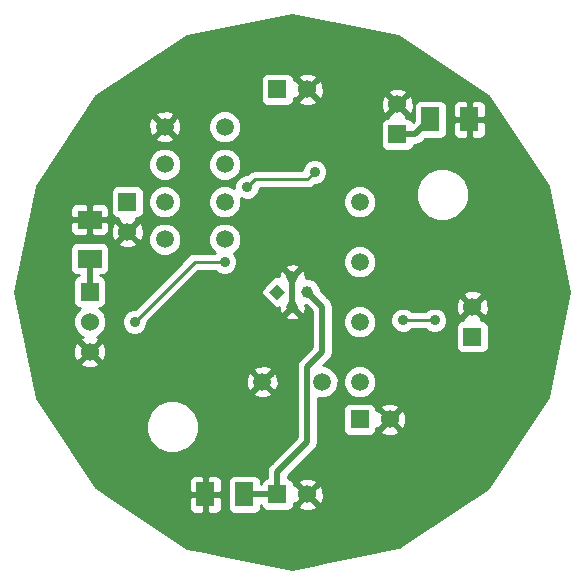
<source format=gtl>
G04 (created by PCBNEW (2013-07-07 BZR 4022)-stable) date 6/29/2014 1:08:27 PM*
%MOIN*%
G04 Gerber Fmt 3.4, Leading zero omitted, Abs format*
%FSLAX34Y34*%
G01*
G70*
G90*
G04 APERTURE LIST*
%ADD10C,0.00590551*%
%ADD11R,0.06X0.08*%
%ADD12R,0.08X0.06*%
%ADD13C,0.059*%
%ADD14R,0.06X0.06*%
%ADD15C,0.06*%
%ADD16C,0.039*%
%ADD17C,0.035*%
%ADD18C,0.02*%
%ADD19C,0.01*%
G04 APERTURE END LIST*
G54D10*
G54D11*
X80150Y-68750D03*
X78850Y-68750D03*
G54D12*
X75000Y-60900D03*
X75000Y-59600D03*
G54D13*
X82750Y-65000D03*
X80750Y-65000D03*
X84000Y-63000D03*
X84000Y-65000D03*
X84000Y-59000D03*
X84000Y-61000D03*
X77500Y-57750D03*
X79500Y-57750D03*
X77500Y-60250D03*
X79500Y-60250D03*
X79500Y-56500D03*
X77500Y-56500D03*
X77500Y-59000D03*
X79500Y-59000D03*
G54D14*
X81250Y-68750D03*
G54D15*
X82250Y-68750D03*
G54D10*
G36*
X81250Y-62275D02*
X80974Y-62000D01*
X81250Y-61724D01*
X81525Y-62000D01*
X81250Y-62275D01*
X81250Y-62275D01*
G37*
G54D16*
X82250Y-62000D03*
X81750Y-61500D03*
X81750Y-62500D03*
G54D14*
X76250Y-59000D03*
G54D15*
X76250Y-60000D03*
G54D14*
X81250Y-55250D03*
G54D15*
X82250Y-55250D03*
G54D14*
X87750Y-63500D03*
G54D15*
X87750Y-62500D03*
G54D14*
X84000Y-66250D03*
G54D15*
X85000Y-66250D03*
G54D14*
X75000Y-62000D03*
G54D15*
X75000Y-63000D03*
X75000Y-64000D03*
G54D11*
X86350Y-56250D03*
X87650Y-56250D03*
G54D14*
X85250Y-56750D03*
G54D15*
X85250Y-55750D03*
G54D17*
X80250Y-58500D03*
X82500Y-58000D03*
X86500Y-62950D03*
X85450Y-62950D03*
X79500Y-61000D03*
X76500Y-63000D03*
G54D18*
X75000Y-62000D02*
X75000Y-60900D01*
X85250Y-56750D02*
X85850Y-56750D01*
X85850Y-56750D02*
X86350Y-56250D01*
X81750Y-61500D02*
X81750Y-62500D01*
X81250Y-68750D02*
X80209Y-68750D01*
X80209Y-68750D02*
X80127Y-68668D01*
X82250Y-67000D02*
X81250Y-68000D01*
X81250Y-68000D02*
X81250Y-68750D01*
X82250Y-64500D02*
X82250Y-67000D01*
X82750Y-64000D02*
X82250Y-64500D01*
X82750Y-63250D02*
X82750Y-64000D01*
X82250Y-62000D02*
X82750Y-62500D01*
X82750Y-62500D02*
X82750Y-63250D01*
G54D19*
X80250Y-58500D02*
X80500Y-58250D01*
X82250Y-58250D02*
X82500Y-58000D01*
X80500Y-58250D02*
X82250Y-58250D01*
X85450Y-62950D02*
X86500Y-62950D01*
X78500Y-61000D02*
X79500Y-61000D01*
X76500Y-63000D02*
X78500Y-61000D01*
G54D10*
G36*
X90978Y-62000D02*
X90274Y-65521D01*
X88304Y-68475D01*
X88304Y-62581D01*
X88293Y-62363D01*
X88231Y-62212D01*
X88200Y-62203D01*
X88200Y-56600D01*
X88200Y-55899D01*
X88199Y-55800D01*
X88161Y-55708D01*
X88091Y-55637D01*
X87999Y-55599D01*
X87762Y-55600D01*
X87700Y-55662D01*
X87700Y-56200D01*
X88137Y-56200D01*
X88200Y-56137D01*
X88200Y-55899D01*
X88200Y-56600D01*
X88200Y-56362D01*
X88137Y-56300D01*
X87700Y-56300D01*
X87700Y-56837D01*
X87762Y-56900D01*
X87999Y-56900D01*
X88091Y-56862D01*
X88161Y-56791D01*
X88199Y-56699D01*
X88200Y-56600D01*
X88200Y-62203D01*
X88135Y-62184D01*
X88065Y-62255D01*
X88065Y-62114D01*
X88037Y-62018D01*
X87831Y-61945D01*
X87630Y-61955D01*
X87630Y-58575D01*
X87600Y-58502D01*
X87600Y-56837D01*
X87600Y-56300D01*
X87600Y-56200D01*
X87600Y-55662D01*
X87537Y-55600D01*
X87300Y-55599D01*
X87208Y-55637D01*
X87138Y-55708D01*
X87100Y-55800D01*
X87099Y-55899D01*
X87100Y-56137D01*
X87162Y-56200D01*
X87600Y-56200D01*
X87600Y-56300D01*
X87162Y-56300D01*
X87100Y-56362D01*
X87099Y-56600D01*
X87100Y-56699D01*
X87138Y-56791D01*
X87208Y-56862D01*
X87300Y-56900D01*
X87537Y-56900D01*
X87600Y-56837D01*
X87600Y-58502D01*
X87496Y-58252D01*
X87249Y-58004D01*
X86925Y-57870D01*
X86900Y-57870D01*
X86900Y-56600D01*
X86900Y-55800D01*
X86862Y-55708D01*
X86791Y-55638D01*
X86699Y-55600D01*
X86600Y-55599D01*
X86000Y-55599D01*
X85908Y-55637D01*
X85838Y-55708D01*
X85802Y-55793D01*
X85793Y-55613D01*
X85731Y-55462D01*
X85635Y-55434D01*
X85565Y-55505D01*
X85565Y-55364D01*
X85537Y-55268D01*
X85331Y-55195D01*
X85113Y-55206D01*
X84962Y-55268D01*
X84934Y-55364D01*
X85250Y-55679D01*
X85565Y-55364D01*
X85565Y-55505D01*
X85320Y-55750D01*
X85635Y-56065D01*
X85731Y-56037D01*
X85800Y-55845D01*
X85799Y-55899D01*
X85799Y-56305D01*
X85772Y-56332D01*
X85762Y-56308D01*
X85691Y-56238D01*
X85599Y-56200D01*
X85546Y-56199D01*
X85565Y-56135D01*
X85250Y-55820D01*
X85179Y-55891D01*
X85179Y-55750D01*
X84864Y-55434D01*
X84768Y-55462D01*
X84695Y-55668D01*
X84706Y-55886D01*
X84768Y-56037D01*
X84864Y-56065D01*
X85179Y-55750D01*
X85179Y-55891D01*
X84934Y-56135D01*
X84953Y-56199D01*
X84900Y-56199D01*
X84808Y-56237D01*
X84738Y-56308D01*
X84700Y-56400D01*
X84699Y-56499D01*
X84699Y-57099D01*
X84737Y-57191D01*
X84808Y-57261D01*
X84900Y-57299D01*
X84999Y-57300D01*
X85599Y-57300D01*
X85691Y-57262D01*
X85761Y-57191D01*
X85799Y-57100D01*
X85850Y-57100D01*
X85983Y-57073D01*
X85983Y-57073D01*
X86097Y-56997D01*
X86194Y-56900D01*
X86699Y-56900D01*
X86791Y-56862D01*
X86861Y-56791D01*
X86899Y-56699D01*
X86900Y-56600D01*
X86900Y-57870D01*
X86575Y-57869D01*
X86252Y-58003D01*
X86004Y-58250D01*
X85870Y-58574D01*
X85869Y-58924D01*
X86003Y-59247D01*
X86250Y-59495D01*
X86574Y-59629D01*
X86924Y-59630D01*
X87247Y-59496D01*
X87495Y-59249D01*
X87629Y-58925D01*
X87630Y-58575D01*
X87630Y-61955D01*
X87613Y-61956D01*
X87462Y-62018D01*
X87434Y-62114D01*
X87750Y-62429D01*
X88065Y-62114D01*
X88065Y-62255D01*
X87820Y-62500D01*
X88135Y-62815D01*
X88231Y-62787D01*
X88304Y-62581D01*
X88304Y-68475D01*
X88300Y-68482D01*
X88300Y-63750D01*
X88300Y-63150D01*
X88262Y-63058D01*
X88191Y-62988D01*
X88099Y-62950D01*
X88046Y-62949D01*
X88065Y-62885D01*
X87750Y-62570D01*
X87679Y-62641D01*
X87679Y-62500D01*
X87364Y-62184D01*
X87268Y-62212D01*
X87195Y-62418D01*
X87206Y-62636D01*
X87268Y-62787D01*
X87364Y-62815D01*
X87679Y-62500D01*
X87679Y-62641D01*
X87434Y-62885D01*
X87453Y-62949D01*
X87400Y-62949D01*
X87308Y-62987D01*
X87238Y-63058D01*
X87200Y-63150D01*
X87199Y-63249D01*
X87199Y-63849D01*
X87237Y-63941D01*
X87308Y-64011D01*
X87400Y-64049D01*
X87499Y-64050D01*
X88099Y-64050D01*
X88191Y-64012D01*
X88261Y-63941D01*
X88299Y-63849D01*
X88300Y-63750D01*
X88300Y-68482D01*
X88268Y-68530D01*
X86925Y-69425D01*
X86925Y-62865D01*
X86860Y-62709D01*
X86741Y-62589D01*
X86584Y-62525D01*
X86415Y-62524D01*
X86259Y-62589D01*
X86198Y-62650D01*
X85751Y-62650D01*
X85691Y-62589D01*
X85534Y-62525D01*
X85365Y-62524D01*
X85209Y-62589D01*
X85089Y-62708D01*
X85025Y-62865D01*
X85024Y-63034D01*
X85089Y-63190D01*
X85208Y-63310D01*
X85365Y-63374D01*
X85534Y-63375D01*
X85690Y-63310D01*
X85751Y-63250D01*
X86198Y-63250D01*
X86258Y-63310D01*
X86415Y-63374D01*
X86584Y-63375D01*
X86740Y-63310D01*
X86860Y-63191D01*
X86924Y-63034D01*
X86925Y-62865D01*
X86925Y-69425D01*
X85554Y-70339D01*
X85554Y-66331D01*
X85543Y-66113D01*
X85481Y-65962D01*
X85385Y-65934D01*
X85315Y-66005D01*
X85315Y-65864D01*
X85287Y-65768D01*
X85081Y-65695D01*
X84863Y-65706D01*
X84712Y-65768D01*
X84684Y-65864D01*
X85000Y-66179D01*
X85315Y-65864D01*
X85315Y-66005D01*
X85070Y-66250D01*
X85385Y-66565D01*
X85481Y-66537D01*
X85554Y-66331D01*
X85554Y-70339D01*
X85315Y-70499D01*
X85315Y-66635D01*
X85000Y-66320D01*
X84929Y-66391D01*
X84929Y-66250D01*
X84614Y-65934D01*
X84550Y-65953D01*
X84550Y-65900D01*
X84545Y-65888D01*
X84545Y-64892D01*
X84545Y-62892D01*
X84545Y-60892D01*
X84545Y-58892D01*
X84462Y-58691D01*
X84309Y-58538D01*
X84108Y-58455D01*
X83892Y-58454D01*
X83691Y-58537D01*
X83538Y-58690D01*
X83455Y-58891D01*
X83454Y-59107D01*
X83537Y-59308D01*
X83690Y-59461D01*
X83891Y-59544D01*
X84107Y-59545D01*
X84308Y-59462D01*
X84461Y-59309D01*
X84544Y-59108D01*
X84545Y-58892D01*
X84545Y-60892D01*
X84462Y-60691D01*
X84309Y-60538D01*
X84108Y-60455D01*
X83892Y-60454D01*
X83691Y-60537D01*
X83538Y-60690D01*
X83455Y-60891D01*
X83454Y-61107D01*
X83537Y-61308D01*
X83690Y-61461D01*
X83891Y-61544D01*
X84107Y-61545D01*
X84308Y-61462D01*
X84461Y-61309D01*
X84544Y-61108D01*
X84545Y-60892D01*
X84545Y-62892D01*
X84462Y-62691D01*
X84309Y-62538D01*
X84108Y-62455D01*
X83892Y-62454D01*
X83691Y-62537D01*
X83538Y-62690D01*
X83455Y-62891D01*
X83454Y-63107D01*
X83537Y-63308D01*
X83690Y-63461D01*
X83891Y-63544D01*
X84107Y-63545D01*
X84308Y-63462D01*
X84461Y-63309D01*
X84544Y-63108D01*
X84545Y-62892D01*
X84545Y-64892D01*
X84462Y-64691D01*
X84309Y-64538D01*
X84108Y-64455D01*
X83892Y-64454D01*
X83691Y-64537D01*
X83538Y-64690D01*
X83455Y-64891D01*
X83454Y-65107D01*
X83537Y-65308D01*
X83690Y-65461D01*
X83891Y-65544D01*
X84107Y-65545D01*
X84308Y-65462D01*
X84461Y-65309D01*
X84544Y-65108D01*
X84545Y-64892D01*
X84545Y-65888D01*
X84512Y-65808D01*
X84441Y-65738D01*
X84349Y-65700D01*
X84250Y-65699D01*
X83650Y-65699D01*
X83558Y-65737D01*
X83488Y-65808D01*
X83450Y-65900D01*
X83449Y-65999D01*
X83449Y-66599D01*
X83487Y-66691D01*
X83558Y-66761D01*
X83650Y-66799D01*
X83749Y-66800D01*
X84349Y-66800D01*
X84441Y-66762D01*
X84511Y-66691D01*
X84549Y-66599D01*
X84550Y-66546D01*
X84614Y-66565D01*
X84929Y-66250D01*
X84929Y-66391D01*
X84684Y-66635D01*
X84712Y-66731D01*
X84918Y-66804D01*
X85136Y-66793D01*
X85287Y-66731D01*
X85315Y-66635D01*
X85315Y-70499D01*
X85287Y-70518D01*
X83295Y-70916D01*
X83295Y-64892D01*
X83212Y-64691D01*
X83059Y-64538D01*
X82858Y-64455D01*
X82789Y-64455D01*
X82997Y-64247D01*
X83073Y-64133D01*
X83073Y-64133D01*
X83100Y-64000D01*
X83100Y-63250D01*
X83100Y-62500D01*
X83073Y-62366D01*
X83073Y-62366D01*
X82997Y-62252D01*
X82925Y-62180D01*
X82925Y-57915D01*
X82860Y-57759D01*
X82804Y-57703D01*
X82804Y-55331D01*
X82793Y-55113D01*
X82731Y-54962D01*
X82635Y-54934D01*
X82565Y-55005D01*
X82565Y-54864D01*
X82537Y-54768D01*
X82331Y-54695D01*
X82113Y-54706D01*
X81962Y-54768D01*
X81934Y-54864D01*
X82250Y-55179D01*
X82565Y-54864D01*
X82565Y-55005D01*
X82320Y-55250D01*
X82635Y-55565D01*
X82731Y-55537D01*
X82804Y-55331D01*
X82804Y-57703D01*
X82741Y-57639D01*
X82584Y-57575D01*
X82565Y-57575D01*
X82565Y-55635D01*
X82250Y-55320D01*
X82179Y-55391D01*
X82179Y-55250D01*
X81864Y-54934D01*
X81800Y-54953D01*
X81800Y-54900D01*
X81762Y-54808D01*
X81691Y-54738D01*
X81599Y-54700D01*
X81500Y-54699D01*
X80900Y-54699D01*
X80808Y-54737D01*
X80738Y-54808D01*
X80700Y-54900D01*
X80699Y-54999D01*
X80699Y-55599D01*
X80737Y-55691D01*
X80808Y-55761D01*
X80900Y-55799D01*
X80999Y-55800D01*
X81599Y-55800D01*
X81691Y-55762D01*
X81761Y-55691D01*
X81799Y-55599D01*
X81800Y-55546D01*
X81864Y-55565D01*
X82179Y-55250D01*
X82179Y-55391D01*
X81934Y-55635D01*
X81962Y-55731D01*
X82168Y-55804D01*
X82386Y-55793D01*
X82537Y-55731D01*
X82565Y-55635D01*
X82565Y-57575D01*
X82415Y-57574D01*
X82259Y-57639D01*
X82139Y-57758D01*
X82075Y-57915D01*
X82075Y-57950D01*
X80500Y-57950D01*
X80385Y-57972D01*
X80287Y-58037D01*
X80250Y-58075D01*
X80165Y-58074D01*
X80045Y-58124D01*
X80045Y-57642D01*
X80045Y-56392D01*
X79962Y-56191D01*
X79809Y-56038D01*
X79608Y-55955D01*
X79392Y-55954D01*
X79191Y-56037D01*
X79038Y-56190D01*
X78955Y-56391D01*
X78954Y-56607D01*
X79037Y-56808D01*
X79190Y-56961D01*
X79391Y-57044D01*
X79607Y-57045D01*
X79808Y-56962D01*
X79961Y-56809D01*
X80044Y-56608D01*
X80045Y-56392D01*
X80045Y-57642D01*
X79962Y-57441D01*
X79809Y-57288D01*
X79608Y-57205D01*
X79392Y-57204D01*
X79191Y-57287D01*
X79038Y-57440D01*
X78955Y-57641D01*
X78954Y-57857D01*
X79037Y-58058D01*
X79190Y-58211D01*
X79391Y-58294D01*
X79607Y-58295D01*
X79808Y-58212D01*
X79961Y-58059D01*
X80044Y-57858D01*
X80045Y-57642D01*
X80045Y-58124D01*
X80009Y-58139D01*
X79889Y-58258D01*
X79825Y-58415D01*
X79824Y-58554D01*
X79809Y-58538D01*
X79608Y-58455D01*
X79392Y-58454D01*
X79191Y-58537D01*
X79038Y-58690D01*
X78955Y-58891D01*
X78954Y-59107D01*
X79037Y-59308D01*
X79190Y-59461D01*
X79391Y-59544D01*
X79607Y-59545D01*
X79808Y-59462D01*
X79961Y-59309D01*
X80044Y-59108D01*
X80045Y-58892D01*
X80036Y-58871D01*
X80165Y-58924D01*
X80334Y-58925D01*
X80490Y-58860D01*
X80610Y-58741D01*
X80674Y-58584D01*
X80674Y-58550D01*
X82250Y-58550D01*
X82250Y-58549D01*
X82364Y-58527D01*
X82364Y-58527D01*
X82462Y-58462D01*
X82499Y-58424D01*
X82584Y-58425D01*
X82740Y-58360D01*
X82860Y-58241D01*
X82924Y-58084D01*
X82925Y-57915D01*
X82925Y-62180D01*
X82695Y-61950D01*
X82695Y-61911D01*
X82627Y-61748D01*
X82502Y-61622D01*
X82338Y-61555D01*
X82200Y-61554D01*
X82187Y-61380D01*
X82144Y-61275D01*
X82059Y-61260D01*
X81989Y-61331D01*
X81989Y-61190D01*
X81974Y-61105D01*
X81806Y-61049D01*
X81630Y-61062D01*
X81525Y-61105D01*
X81510Y-61190D01*
X81750Y-61429D01*
X81989Y-61190D01*
X81989Y-61331D01*
X81820Y-61500D01*
X81826Y-61505D01*
X81755Y-61576D01*
X81750Y-61570D01*
X81744Y-61576D01*
X81673Y-61505D01*
X81679Y-61500D01*
X81440Y-61260D01*
X81355Y-61275D01*
X81299Y-61443D01*
X81302Y-61475D01*
X81299Y-61474D01*
X81200Y-61474D01*
X81108Y-61512D01*
X81038Y-61582D01*
X80762Y-61858D01*
X80724Y-61950D01*
X80724Y-62049D01*
X80762Y-62141D01*
X80832Y-62211D01*
X81108Y-62487D01*
X81200Y-62525D01*
X81299Y-62525D01*
X81305Y-62523D01*
X81312Y-62619D01*
X81355Y-62724D01*
X81440Y-62739D01*
X81679Y-62500D01*
X81673Y-62494D01*
X81744Y-62423D01*
X81750Y-62429D01*
X81755Y-62423D01*
X81826Y-62494D01*
X81820Y-62500D01*
X82059Y-62739D01*
X82144Y-62724D01*
X82200Y-62556D01*
X82192Y-62444D01*
X82199Y-62444D01*
X82400Y-62644D01*
X82400Y-63250D01*
X82400Y-63855D01*
X82002Y-64252D01*
X81989Y-64272D01*
X81989Y-62809D01*
X81750Y-62570D01*
X81510Y-62809D01*
X81525Y-62894D01*
X81693Y-62950D01*
X81869Y-62937D01*
X81974Y-62894D01*
X81989Y-62809D01*
X81989Y-64272D01*
X81926Y-64366D01*
X81900Y-64500D01*
X81900Y-66855D01*
X81299Y-67455D01*
X81299Y-65080D01*
X81288Y-64864D01*
X81227Y-64715D01*
X81132Y-64688D01*
X81061Y-64759D01*
X81061Y-64617D01*
X81034Y-64522D01*
X80830Y-64450D01*
X80614Y-64461D01*
X80465Y-64522D01*
X80438Y-64617D01*
X80750Y-64929D01*
X81061Y-64617D01*
X81061Y-64759D01*
X80820Y-65000D01*
X81132Y-65311D01*
X81227Y-65284D01*
X81299Y-65080D01*
X81299Y-67455D01*
X81061Y-67693D01*
X81061Y-65382D01*
X80750Y-65070D01*
X80679Y-65141D01*
X80679Y-65000D01*
X80367Y-64688D01*
X80272Y-64715D01*
X80200Y-64919D01*
X80211Y-65135D01*
X80272Y-65284D01*
X80367Y-65311D01*
X80679Y-65000D01*
X80679Y-65141D01*
X80438Y-65382D01*
X80465Y-65477D01*
X80669Y-65549D01*
X80885Y-65538D01*
X81034Y-65477D01*
X81061Y-65382D01*
X81061Y-67693D01*
X81002Y-67752D01*
X80926Y-67866D01*
X80900Y-68000D01*
X80900Y-68200D01*
X80808Y-68237D01*
X80738Y-68308D01*
X80700Y-68400D01*
X80700Y-68400D01*
X80700Y-68300D01*
X80662Y-68208D01*
X80591Y-68138D01*
X80499Y-68100D01*
X80400Y-68099D01*
X80045Y-68099D01*
X80045Y-60142D01*
X79962Y-59941D01*
X79809Y-59788D01*
X79608Y-59705D01*
X79392Y-59704D01*
X79191Y-59787D01*
X79038Y-59940D01*
X78955Y-60141D01*
X78954Y-60357D01*
X79037Y-60558D01*
X79179Y-60700D01*
X78500Y-60700D01*
X78385Y-60722D01*
X78287Y-60787D01*
X78049Y-61025D01*
X78049Y-56580D01*
X78038Y-56364D01*
X77977Y-56215D01*
X77882Y-56188D01*
X77811Y-56259D01*
X77811Y-56117D01*
X77784Y-56022D01*
X77580Y-55950D01*
X77364Y-55961D01*
X77215Y-56022D01*
X77188Y-56117D01*
X77500Y-56429D01*
X77811Y-56117D01*
X77811Y-56259D01*
X77570Y-56500D01*
X77882Y-56811D01*
X77977Y-56784D01*
X78049Y-56580D01*
X78049Y-61025D01*
X78045Y-61030D01*
X78045Y-60142D01*
X78045Y-58892D01*
X78045Y-57642D01*
X77962Y-57441D01*
X77811Y-57290D01*
X77811Y-56882D01*
X77500Y-56570D01*
X77429Y-56641D01*
X77429Y-56500D01*
X77117Y-56188D01*
X77022Y-56215D01*
X76950Y-56419D01*
X76961Y-56635D01*
X77022Y-56784D01*
X77117Y-56811D01*
X77429Y-56500D01*
X77429Y-56641D01*
X77188Y-56882D01*
X77215Y-56977D01*
X77419Y-57049D01*
X77635Y-57038D01*
X77784Y-56977D01*
X77811Y-56882D01*
X77811Y-57290D01*
X77809Y-57288D01*
X77608Y-57205D01*
X77392Y-57204D01*
X77191Y-57287D01*
X77038Y-57440D01*
X76955Y-57641D01*
X76954Y-57857D01*
X77037Y-58058D01*
X77190Y-58211D01*
X77391Y-58294D01*
X77607Y-58295D01*
X77808Y-58212D01*
X77961Y-58059D01*
X78044Y-57858D01*
X78045Y-57642D01*
X78045Y-58892D01*
X77962Y-58691D01*
X77809Y-58538D01*
X77608Y-58455D01*
X77392Y-58454D01*
X77191Y-58537D01*
X77038Y-58690D01*
X76955Y-58891D01*
X76954Y-59107D01*
X77037Y-59308D01*
X77190Y-59461D01*
X77391Y-59544D01*
X77607Y-59545D01*
X77808Y-59462D01*
X77961Y-59309D01*
X78044Y-59108D01*
X78045Y-58892D01*
X78045Y-60142D01*
X77962Y-59941D01*
X77809Y-59788D01*
X77608Y-59705D01*
X77392Y-59704D01*
X77191Y-59787D01*
X77038Y-59940D01*
X76955Y-60141D01*
X76954Y-60357D01*
X77037Y-60558D01*
X77190Y-60711D01*
X77391Y-60794D01*
X77607Y-60795D01*
X77808Y-60712D01*
X77961Y-60559D01*
X78044Y-60358D01*
X78045Y-60142D01*
X78045Y-61030D01*
X76804Y-62270D01*
X76804Y-60081D01*
X76800Y-59987D01*
X76800Y-59250D01*
X76800Y-58650D01*
X76762Y-58558D01*
X76691Y-58488D01*
X76599Y-58450D01*
X76500Y-58449D01*
X75900Y-58449D01*
X75808Y-58487D01*
X75738Y-58558D01*
X75700Y-58650D01*
X75699Y-58749D01*
X75699Y-59349D01*
X75737Y-59441D01*
X75808Y-59511D01*
X75900Y-59549D01*
X75953Y-59550D01*
X75934Y-59614D01*
X76250Y-59929D01*
X76565Y-59614D01*
X76546Y-59550D01*
X76599Y-59550D01*
X76691Y-59512D01*
X76761Y-59441D01*
X76799Y-59349D01*
X76800Y-59250D01*
X76800Y-59987D01*
X76793Y-59863D01*
X76731Y-59712D01*
X76635Y-59684D01*
X76320Y-60000D01*
X76635Y-60315D01*
X76731Y-60287D01*
X76804Y-60081D01*
X76804Y-62270D01*
X76565Y-62510D01*
X76565Y-60385D01*
X76250Y-60070D01*
X76179Y-60141D01*
X76179Y-60000D01*
X75864Y-59684D01*
X75768Y-59712D01*
X75695Y-59918D01*
X75706Y-60136D01*
X75768Y-60287D01*
X75864Y-60315D01*
X76179Y-60000D01*
X76179Y-60141D01*
X75934Y-60385D01*
X75962Y-60481D01*
X76168Y-60554D01*
X76386Y-60543D01*
X76537Y-60481D01*
X76565Y-60385D01*
X76565Y-62510D01*
X76500Y-62575D01*
X76415Y-62574D01*
X76259Y-62639D01*
X76139Y-62758D01*
X76075Y-62915D01*
X76074Y-63084D01*
X76139Y-63240D01*
X76258Y-63360D01*
X76415Y-63424D01*
X76584Y-63425D01*
X76740Y-63360D01*
X76860Y-63241D01*
X76924Y-63084D01*
X76925Y-62999D01*
X78624Y-61300D01*
X79198Y-61300D01*
X79258Y-61360D01*
X79415Y-61424D01*
X79584Y-61425D01*
X79740Y-61360D01*
X79860Y-61241D01*
X79924Y-61084D01*
X79925Y-60915D01*
X79860Y-60759D01*
X79810Y-60709D01*
X79961Y-60559D01*
X80044Y-60358D01*
X80045Y-60142D01*
X80045Y-68099D01*
X79800Y-68099D01*
X79708Y-68137D01*
X79638Y-68208D01*
X79600Y-68300D01*
X79599Y-68399D01*
X79599Y-69199D01*
X79637Y-69291D01*
X79708Y-69361D01*
X79800Y-69399D01*
X79899Y-69400D01*
X80499Y-69400D01*
X80591Y-69362D01*
X80661Y-69291D01*
X80699Y-69199D01*
X80700Y-69100D01*
X80700Y-69100D01*
X80700Y-69100D01*
X80737Y-69191D01*
X80808Y-69261D01*
X80900Y-69299D01*
X80999Y-69300D01*
X81599Y-69300D01*
X81691Y-69262D01*
X81761Y-69191D01*
X81799Y-69099D01*
X81800Y-69046D01*
X81864Y-69065D01*
X82179Y-68750D01*
X81864Y-68434D01*
X81800Y-68453D01*
X81800Y-68400D01*
X81762Y-68308D01*
X81691Y-68238D01*
X81600Y-68200D01*
X81600Y-68144D01*
X82497Y-67247D01*
X82573Y-67133D01*
X82600Y-67000D01*
X82600Y-65527D01*
X82641Y-65544D01*
X82857Y-65545D01*
X83058Y-65462D01*
X83211Y-65309D01*
X83294Y-65108D01*
X83295Y-64892D01*
X83295Y-70916D01*
X82804Y-71014D01*
X82804Y-68831D01*
X82793Y-68613D01*
X82731Y-68462D01*
X82635Y-68434D01*
X82565Y-68505D01*
X82565Y-68364D01*
X82537Y-68268D01*
X82331Y-68195D01*
X82113Y-68206D01*
X81962Y-68268D01*
X81934Y-68364D01*
X82250Y-68679D01*
X82565Y-68364D01*
X82565Y-68505D01*
X82320Y-68750D01*
X82635Y-69065D01*
X82731Y-69037D01*
X82804Y-68831D01*
X82804Y-71014D01*
X82565Y-71062D01*
X82565Y-69135D01*
X82250Y-68820D01*
X81934Y-69135D01*
X81962Y-69231D01*
X82168Y-69304D01*
X82386Y-69293D01*
X82537Y-69231D01*
X82565Y-69135D01*
X82565Y-71062D01*
X81741Y-71226D01*
X79400Y-70758D01*
X79400Y-69100D01*
X79400Y-68399D01*
X79399Y-68300D01*
X79361Y-68208D01*
X79291Y-68137D01*
X79199Y-68099D01*
X78962Y-68100D01*
X78900Y-68162D01*
X78900Y-68700D01*
X79337Y-68700D01*
X79400Y-68637D01*
X79400Y-68399D01*
X79400Y-69100D01*
X79400Y-68862D01*
X79337Y-68800D01*
X78900Y-68800D01*
X78900Y-69337D01*
X78962Y-69400D01*
X79199Y-69400D01*
X79291Y-69362D01*
X79361Y-69291D01*
X79399Y-69199D01*
X79400Y-69100D01*
X79400Y-70758D01*
X78800Y-70638D01*
X78800Y-69337D01*
X78800Y-68800D01*
X78800Y-68700D01*
X78800Y-68162D01*
X78737Y-68100D01*
X78630Y-68099D01*
X78630Y-66325D01*
X78496Y-66002D01*
X78249Y-65754D01*
X77925Y-65620D01*
X77575Y-65619D01*
X77252Y-65753D01*
X77004Y-66000D01*
X76870Y-66324D01*
X76869Y-66674D01*
X77003Y-66997D01*
X77250Y-67245D01*
X77574Y-67379D01*
X77924Y-67380D01*
X78247Y-67246D01*
X78495Y-66999D01*
X78629Y-66675D01*
X78630Y-66325D01*
X78630Y-68099D01*
X78500Y-68099D01*
X78408Y-68137D01*
X78338Y-68208D01*
X78300Y-68300D01*
X78299Y-68399D01*
X78300Y-68637D01*
X78362Y-68700D01*
X78800Y-68700D01*
X78800Y-68800D01*
X78362Y-68800D01*
X78300Y-68862D01*
X78299Y-69100D01*
X78300Y-69199D01*
X78338Y-69291D01*
X78408Y-69362D01*
X78500Y-69400D01*
X78737Y-69400D01*
X78800Y-69337D01*
X78800Y-70638D01*
X78228Y-70524D01*
X75650Y-68805D01*
X75650Y-61150D01*
X75650Y-60550D01*
X75650Y-59949D01*
X75650Y-59250D01*
X75612Y-59158D01*
X75541Y-59088D01*
X75449Y-59050D01*
X75350Y-59049D01*
X75112Y-59050D01*
X75050Y-59112D01*
X75050Y-59550D01*
X75587Y-59550D01*
X75650Y-59487D01*
X75650Y-59250D01*
X75650Y-59949D01*
X75650Y-59712D01*
X75587Y-59650D01*
X75050Y-59650D01*
X75050Y-60087D01*
X75112Y-60150D01*
X75350Y-60150D01*
X75449Y-60149D01*
X75541Y-60111D01*
X75612Y-60041D01*
X75650Y-59949D01*
X75650Y-60550D01*
X75612Y-60458D01*
X75541Y-60388D01*
X75449Y-60350D01*
X75350Y-60349D01*
X74950Y-60349D01*
X74950Y-60087D01*
X74950Y-59650D01*
X74950Y-59550D01*
X74950Y-59112D01*
X74887Y-59050D01*
X74649Y-59049D01*
X74550Y-59050D01*
X74458Y-59088D01*
X74387Y-59158D01*
X74349Y-59250D01*
X74350Y-59487D01*
X74412Y-59550D01*
X74950Y-59550D01*
X74950Y-59650D01*
X74412Y-59650D01*
X74350Y-59712D01*
X74349Y-59949D01*
X74387Y-60041D01*
X74458Y-60111D01*
X74550Y-60149D01*
X74649Y-60150D01*
X74887Y-60150D01*
X74950Y-60087D01*
X74950Y-60349D01*
X74550Y-60349D01*
X74458Y-60387D01*
X74388Y-60458D01*
X74350Y-60550D01*
X74349Y-60649D01*
X74349Y-61249D01*
X74387Y-61341D01*
X74458Y-61411D01*
X74550Y-61449D01*
X74649Y-61450D01*
X74650Y-61450D01*
X74650Y-61450D01*
X74558Y-61487D01*
X74488Y-61558D01*
X74450Y-61650D01*
X74449Y-61749D01*
X74449Y-62349D01*
X74487Y-62441D01*
X74558Y-62511D01*
X74650Y-62549D01*
X74672Y-62549D01*
X74534Y-62688D01*
X74450Y-62890D01*
X74449Y-63108D01*
X74533Y-63311D01*
X74688Y-63465D01*
X74763Y-63497D01*
X74712Y-63518D01*
X74684Y-63614D01*
X75000Y-63929D01*
X75315Y-63614D01*
X75287Y-63518D01*
X75232Y-63499D01*
X75311Y-63466D01*
X75465Y-63311D01*
X75549Y-63109D01*
X75550Y-62891D01*
X75466Y-62688D01*
X75327Y-62550D01*
X75349Y-62550D01*
X75441Y-62512D01*
X75511Y-62441D01*
X75549Y-62349D01*
X75550Y-62250D01*
X75550Y-61650D01*
X75512Y-61558D01*
X75441Y-61488D01*
X75350Y-61450D01*
X75350Y-61450D01*
X75449Y-61450D01*
X75541Y-61412D01*
X75611Y-61341D01*
X75649Y-61249D01*
X75650Y-61150D01*
X75650Y-68805D01*
X75554Y-68741D01*
X75554Y-64081D01*
X75543Y-63863D01*
X75481Y-63712D01*
X75385Y-63684D01*
X75070Y-64000D01*
X75385Y-64315D01*
X75481Y-64287D01*
X75554Y-64081D01*
X75554Y-68741D01*
X75315Y-68581D01*
X75315Y-64385D01*
X75000Y-64070D01*
X74929Y-64141D01*
X74929Y-64000D01*
X74614Y-63684D01*
X74518Y-63712D01*
X74445Y-63918D01*
X74456Y-64136D01*
X74518Y-64287D01*
X74614Y-64315D01*
X74929Y-64000D01*
X74929Y-64141D01*
X74684Y-64385D01*
X74712Y-64481D01*
X74918Y-64554D01*
X75136Y-64543D01*
X75287Y-64481D01*
X75315Y-64385D01*
X75315Y-68581D01*
X75219Y-68518D01*
X73231Y-65537D01*
X72525Y-61999D01*
X73231Y-58462D01*
X75219Y-55481D01*
X78228Y-53475D01*
X81741Y-52773D01*
X85287Y-53481D01*
X88268Y-55469D01*
X90274Y-58478D01*
X90978Y-62000D01*
X90978Y-62000D01*
G37*
G54D19*
X90978Y-62000D02*
X90274Y-65521D01*
X88304Y-68475D01*
X88304Y-62581D01*
X88293Y-62363D01*
X88231Y-62212D01*
X88200Y-62203D01*
X88200Y-56600D01*
X88200Y-55899D01*
X88199Y-55800D01*
X88161Y-55708D01*
X88091Y-55637D01*
X87999Y-55599D01*
X87762Y-55600D01*
X87700Y-55662D01*
X87700Y-56200D01*
X88137Y-56200D01*
X88200Y-56137D01*
X88200Y-55899D01*
X88200Y-56600D01*
X88200Y-56362D01*
X88137Y-56300D01*
X87700Y-56300D01*
X87700Y-56837D01*
X87762Y-56900D01*
X87999Y-56900D01*
X88091Y-56862D01*
X88161Y-56791D01*
X88199Y-56699D01*
X88200Y-56600D01*
X88200Y-62203D01*
X88135Y-62184D01*
X88065Y-62255D01*
X88065Y-62114D01*
X88037Y-62018D01*
X87831Y-61945D01*
X87630Y-61955D01*
X87630Y-58575D01*
X87600Y-58502D01*
X87600Y-56837D01*
X87600Y-56300D01*
X87600Y-56200D01*
X87600Y-55662D01*
X87537Y-55600D01*
X87300Y-55599D01*
X87208Y-55637D01*
X87138Y-55708D01*
X87100Y-55800D01*
X87099Y-55899D01*
X87100Y-56137D01*
X87162Y-56200D01*
X87600Y-56200D01*
X87600Y-56300D01*
X87162Y-56300D01*
X87100Y-56362D01*
X87099Y-56600D01*
X87100Y-56699D01*
X87138Y-56791D01*
X87208Y-56862D01*
X87300Y-56900D01*
X87537Y-56900D01*
X87600Y-56837D01*
X87600Y-58502D01*
X87496Y-58252D01*
X87249Y-58004D01*
X86925Y-57870D01*
X86900Y-57870D01*
X86900Y-56600D01*
X86900Y-55800D01*
X86862Y-55708D01*
X86791Y-55638D01*
X86699Y-55600D01*
X86600Y-55599D01*
X86000Y-55599D01*
X85908Y-55637D01*
X85838Y-55708D01*
X85802Y-55793D01*
X85793Y-55613D01*
X85731Y-55462D01*
X85635Y-55434D01*
X85565Y-55505D01*
X85565Y-55364D01*
X85537Y-55268D01*
X85331Y-55195D01*
X85113Y-55206D01*
X84962Y-55268D01*
X84934Y-55364D01*
X85250Y-55679D01*
X85565Y-55364D01*
X85565Y-55505D01*
X85320Y-55750D01*
X85635Y-56065D01*
X85731Y-56037D01*
X85800Y-55845D01*
X85799Y-55899D01*
X85799Y-56305D01*
X85772Y-56332D01*
X85762Y-56308D01*
X85691Y-56238D01*
X85599Y-56200D01*
X85546Y-56199D01*
X85565Y-56135D01*
X85250Y-55820D01*
X85179Y-55891D01*
X85179Y-55750D01*
X84864Y-55434D01*
X84768Y-55462D01*
X84695Y-55668D01*
X84706Y-55886D01*
X84768Y-56037D01*
X84864Y-56065D01*
X85179Y-55750D01*
X85179Y-55891D01*
X84934Y-56135D01*
X84953Y-56199D01*
X84900Y-56199D01*
X84808Y-56237D01*
X84738Y-56308D01*
X84700Y-56400D01*
X84699Y-56499D01*
X84699Y-57099D01*
X84737Y-57191D01*
X84808Y-57261D01*
X84900Y-57299D01*
X84999Y-57300D01*
X85599Y-57300D01*
X85691Y-57262D01*
X85761Y-57191D01*
X85799Y-57100D01*
X85850Y-57100D01*
X85983Y-57073D01*
X85983Y-57073D01*
X86097Y-56997D01*
X86194Y-56900D01*
X86699Y-56900D01*
X86791Y-56862D01*
X86861Y-56791D01*
X86899Y-56699D01*
X86900Y-56600D01*
X86900Y-57870D01*
X86575Y-57869D01*
X86252Y-58003D01*
X86004Y-58250D01*
X85870Y-58574D01*
X85869Y-58924D01*
X86003Y-59247D01*
X86250Y-59495D01*
X86574Y-59629D01*
X86924Y-59630D01*
X87247Y-59496D01*
X87495Y-59249D01*
X87629Y-58925D01*
X87630Y-58575D01*
X87630Y-61955D01*
X87613Y-61956D01*
X87462Y-62018D01*
X87434Y-62114D01*
X87750Y-62429D01*
X88065Y-62114D01*
X88065Y-62255D01*
X87820Y-62500D01*
X88135Y-62815D01*
X88231Y-62787D01*
X88304Y-62581D01*
X88304Y-68475D01*
X88300Y-68482D01*
X88300Y-63750D01*
X88300Y-63150D01*
X88262Y-63058D01*
X88191Y-62988D01*
X88099Y-62950D01*
X88046Y-62949D01*
X88065Y-62885D01*
X87750Y-62570D01*
X87679Y-62641D01*
X87679Y-62500D01*
X87364Y-62184D01*
X87268Y-62212D01*
X87195Y-62418D01*
X87206Y-62636D01*
X87268Y-62787D01*
X87364Y-62815D01*
X87679Y-62500D01*
X87679Y-62641D01*
X87434Y-62885D01*
X87453Y-62949D01*
X87400Y-62949D01*
X87308Y-62987D01*
X87238Y-63058D01*
X87200Y-63150D01*
X87199Y-63249D01*
X87199Y-63849D01*
X87237Y-63941D01*
X87308Y-64011D01*
X87400Y-64049D01*
X87499Y-64050D01*
X88099Y-64050D01*
X88191Y-64012D01*
X88261Y-63941D01*
X88299Y-63849D01*
X88300Y-63750D01*
X88300Y-68482D01*
X88268Y-68530D01*
X86925Y-69425D01*
X86925Y-62865D01*
X86860Y-62709D01*
X86741Y-62589D01*
X86584Y-62525D01*
X86415Y-62524D01*
X86259Y-62589D01*
X86198Y-62650D01*
X85751Y-62650D01*
X85691Y-62589D01*
X85534Y-62525D01*
X85365Y-62524D01*
X85209Y-62589D01*
X85089Y-62708D01*
X85025Y-62865D01*
X85024Y-63034D01*
X85089Y-63190D01*
X85208Y-63310D01*
X85365Y-63374D01*
X85534Y-63375D01*
X85690Y-63310D01*
X85751Y-63250D01*
X86198Y-63250D01*
X86258Y-63310D01*
X86415Y-63374D01*
X86584Y-63375D01*
X86740Y-63310D01*
X86860Y-63191D01*
X86924Y-63034D01*
X86925Y-62865D01*
X86925Y-69425D01*
X85554Y-70339D01*
X85554Y-66331D01*
X85543Y-66113D01*
X85481Y-65962D01*
X85385Y-65934D01*
X85315Y-66005D01*
X85315Y-65864D01*
X85287Y-65768D01*
X85081Y-65695D01*
X84863Y-65706D01*
X84712Y-65768D01*
X84684Y-65864D01*
X85000Y-66179D01*
X85315Y-65864D01*
X85315Y-66005D01*
X85070Y-66250D01*
X85385Y-66565D01*
X85481Y-66537D01*
X85554Y-66331D01*
X85554Y-70339D01*
X85315Y-70499D01*
X85315Y-66635D01*
X85000Y-66320D01*
X84929Y-66391D01*
X84929Y-66250D01*
X84614Y-65934D01*
X84550Y-65953D01*
X84550Y-65900D01*
X84545Y-65888D01*
X84545Y-64892D01*
X84545Y-62892D01*
X84545Y-60892D01*
X84545Y-58892D01*
X84462Y-58691D01*
X84309Y-58538D01*
X84108Y-58455D01*
X83892Y-58454D01*
X83691Y-58537D01*
X83538Y-58690D01*
X83455Y-58891D01*
X83454Y-59107D01*
X83537Y-59308D01*
X83690Y-59461D01*
X83891Y-59544D01*
X84107Y-59545D01*
X84308Y-59462D01*
X84461Y-59309D01*
X84544Y-59108D01*
X84545Y-58892D01*
X84545Y-60892D01*
X84462Y-60691D01*
X84309Y-60538D01*
X84108Y-60455D01*
X83892Y-60454D01*
X83691Y-60537D01*
X83538Y-60690D01*
X83455Y-60891D01*
X83454Y-61107D01*
X83537Y-61308D01*
X83690Y-61461D01*
X83891Y-61544D01*
X84107Y-61545D01*
X84308Y-61462D01*
X84461Y-61309D01*
X84544Y-61108D01*
X84545Y-60892D01*
X84545Y-62892D01*
X84462Y-62691D01*
X84309Y-62538D01*
X84108Y-62455D01*
X83892Y-62454D01*
X83691Y-62537D01*
X83538Y-62690D01*
X83455Y-62891D01*
X83454Y-63107D01*
X83537Y-63308D01*
X83690Y-63461D01*
X83891Y-63544D01*
X84107Y-63545D01*
X84308Y-63462D01*
X84461Y-63309D01*
X84544Y-63108D01*
X84545Y-62892D01*
X84545Y-64892D01*
X84462Y-64691D01*
X84309Y-64538D01*
X84108Y-64455D01*
X83892Y-64454D01*
X83691Y-64537D01*
X83538Y-64690D01*
X83455Y-64891D01*
X83454Y-65107D01*
X83537Y-65308D01*
X83690Y-65461D01*
X83891Y-65544D01*
X84107Y-65545D01*
X84308Y-65462D01*
X84461Y-65309D01*
X84544Y-65108D01*
X84545Y-64892D01*
X84545Y-65888D01*
X84512Y-65808D01*
X84441Y-65738D01*
X84349Y-65700D01*
X84250Y-65699D01*
X83650Y-65699D01*
X83558Y-65737D01*
X83488Y-65808D01*
X83450Y-65900D01*
X83449Y-65999D01*
X83449Y-66599D01*
X83487Y-66691D01*
X83558Y-66761D01*
X83650Y-66799D01*
X83749Y-66800D01*
X84349Y-66800D01*
X84441Y-66762D01*
X84511Y-66691D01*
X84549Y-66599D01*
X84550Y-66546D01*
X84614Y-66565D01*
X84929Y-66250D01*
X84929Y-66391D01*
X84684Y-66635D01*
X84712Y-66731D01*
X84918Y-66804D01*
X85136Y-66793D01*
X85287Y-66731D01*
X85315Y-66635D01*
X85315Y-70499D01*
X85287Y-70518D01*
X83295Y-70916D01*
X83295Y-64892D01*
X83212Y-64691D01*
X83059Y-64538D01*
X82858Y-64455D01*
X82789Y-64455D01*
X82997Y-64247D01*
X83073Y-64133D01*
X83073Y-64133D01*
X83100Y-64000D01*
X83100Y-63250D01*
X83100Y-62500D01*
X83073Y-62366D01*
X83073Y-62366D01*
X82997Y-62252D01*
X82925Y-62180D01*
X82925Y-57915D01*
X82860Y-57759D01*
X82804Y-57703D01*
X82804Y-55331D01*
X82793Y-55113D01*
X82731Y-54962D01*
X82635Y-54934D01*
X82565Y-55005D01*
X82565Y-54864D01*
X82537Y-54768D01*
X82331Y-54695D01*
X82113Y-54706D01*
X81962Y-54768D01*
X81934Y-54864D01*
X82250Y-55179D01*
X82565Y-54864D01*
X82565Y-55005D01*
X82320Y-55250D01*
X82635Y-55565D01*
X82731Y-55537D01*
X82804Y-55331D01*
X82804Y-57703D01*
X82741Y-57639D01*
X82584Y-57575D01*
X82565Y-57575D01*
X82565Y-55635D01*
X82250Y-55320D01*
X82179Y-55391D01*
X82179Y-55250D01*
X81864Y-54934D01*
X81800Y-54953D01*
X81800Y-54900D01*
X81762Y-54808D01*
X81691Y-54738D01*
X81599Y-54700D01*
X81500Y-54699D01*
X80900Y-54699D01*
X80808Y-54737D01*
X80738Y-54808D01*
X80700Y-54900D01*
X80699Y-54999D01*
X80699Y-55599D01*
X80737Y-55691D01*
X80808Y-55761D01*
X80900Y-55799D01*
X80999Y-55800D01*
X81599Y-55800D01*
X81691Y-55762D01*
X81761Y-55691D01*
X81799Y-55599D01*
X81800Y-55546D01*
X81864Y-55565D01*
X82179Y-55250D01*
X82179Y-55391D01*
X81934Y-55635D01*
X81962Y-55731D01*
X82168Y-55804D01*
X82386Y-55793D01*
X82537Y-55731D01*
X82565Y-55635D01*
X82565Y-57575D01*
X82415Y-57574D01*
X82259Y-57639D01*
X82139Y-57758D01*
X82075Y-57915D01*
X82075Y-57950D01*
X80500Y-57950D01*
X80385Y-57972D01*
X80287Y-58037D01*
X80250Y-58075D01*
X80165Y-58074D01*
X80045Y-58124D01*
X80045Y-57642D01*
X80045Y-56392D01*
X79962Y-56191D01*
X79809Y-56038D01*
X79608Y-55955D01*
X79392Y-55954D01*
X79191Y-56037D01*
X79038Y-56190D01*
X78955Y-56391D01*
X78954Y-56607D01*
X79037Y-56808D01*
X79190Y-56961D01*
X79391Y-57044D01*
X79607Y-57045D01*
X79808Y-56962D01*
X79961Y-56809D01*
X80044Y-56608D01*
X80045Y-56392D01*
X80045Y-57642D01*
X79962Y-57441D01*
X79809Y-57288D01*
X79608Y-57205D01*
X79392Y-57204D01*
X79191Y-57287D01*
X79038Y-57440D01*
X78955Y-57641D01*
X78954Y-57857D01*
X79037Y-58058D01*
X79190Y-58211D01*
X79391Y-58294D01*
X79607Y-58295D01*
X79808Y-58212D01*
X79961Y-58059D01*
X80044Y-57858D01*
X80045Y-57642D01*
X80045Y-58124D01*
X80009Y-58139D01*
X79889Y-58258D01*
X79825Y-58415D01*
X79824Y-58554D01*
X79809Y-58538D01*
X79608Y-58455D01*
X79392Y-58454D01*
X79191Y-58537D01*
X79038Y-58690D01*
X78955Y-58891D01*
X78954Y-59107D01*
X79037Y-59308D01*
X79190Y-59461D01*
X79391Y-59544D01*
X79607Y-59545D01*
X79808Y-59462D01*
X79961Y-59309D01*
X80044Y-59108D01*
X80045Y-58892D01*
X80036Y-58871D01*
X80165Y-58924D01*
X80334Y-58925D01*
X80490Y-58860D01*
X80610Y-58741D01*
X80674Y-58584D01*
X80674Y-58550D01*
X82250Y-58550D01*
X82250Y-58549D01*
X82364Y-58527D01*
X82364Y-58527D01*
X82462Y-58462D01*
X82499Y-58424D01*
X82584Y-58425D01*
X82740Y-58360D01*
X82860Y-58241D01*
X82924Y-58084D01*
X82925Y-57915D01*
X82925Y-62180D01*
X82695Y-61950D01*
X82695Y-61911D01*
X82627Y-61748D01*
X82502Y-61622D01*
X82338Y-61555D01*
X82200Y-61554D01*
X82187Y-61380D01*
X82144Y-61275D01*
X82059Y-61260D01*
X81989Y-61331D01*
X81989Y-61190D01*
X81974Y-61105D01*
X81806Y-61049D01*
X81630Y-61062D01*
X81525Y-61105D01*
X81510Y-61190D01*
X81750Y-61429D01*
X81989Y-61190D01*
X81989Y-61331D01*
X81820Y-61500D01*
X81826Y-61505D01*
X81755Y-61576D01*
X81750Y-61570D01*
X81744Y-61576D01*
X81673Y-61505D01*
X81679Y-61500D01*
X81440Y-61260D01*
X81355Y-61275D01*
X81299Y-61443D01*
X81302Y-61475D01*
X81299Y-61474D01*
X81200Y-61474D01*
X81108Y-61512D01*
X81038Y-61582D01*
X80762Y-61858D01*
X80724Y-61950D01*
X80724Y-62049D01*
X80762Y-62141D01*
X80832Y-62211D01*
X81108Y-62487D01*
X81200Y-62525D01*
X81299Y-62525D01*
X81305Y-62523D01*
X81312Y-62619D01*
X81355Y-62724D01*
X81440Y-62739D01*
X81679Y-62500D01*
X81673Y-62494D01*
X81744Y-62423D01*
X81750Y-62429D01*
X81755Y-62423D01*
X81826Y-62494D01*
X81820Y-62500D01*
X82059Y-62739D01*
X82144Y-62724D01*
X82200Y-62556D01*
X82192Y-62444D01*
X82199Y-62444D01*
X82400Y-62644D01*
X82400Y-63250D01*
X82400Y-63855D01*
X82002Y-64252D01*
X81989Y-64272D01*
X81989Y-62809D01*
X81750Y-62570D01*
X81510Y-62809D01*
X81525Y-62894D01*
X81693Y-62950D01*
X81869Y-62937D01*
X81974Y-62894D01*
X81989Y-62809D01*
X81989Y-64272D01*
X81926Y-64366D01*
X81900Y-64500D01*
X81900Y-66855D01*
X81299Y-67455D01*
X81299Y-65080D01*
X81288Y-64864D01*
X81227Y-64715D01*
X81132Y-64688D01*
X81061Y-64759D01*
X81061Y-64617D01*
X81034Y-64522D01*
X80830Y-64450D01*
X80614Y-64461D01*
X80465Y-64522D01*
X80438Y-64617D01*
X80750Y-64929D01*
X81061Y-64617D01*
X81061Y-64759D01*
X80820Y-65000D01*
X81132Y-65311D01*
X81227Y-65284D01*
X81299Y-65080D01*
X81299Y-67455D01*
X81061Y-67693D01*
X81061Y-65382D01*
X80750Y-65070D01*
X80679Y-65141D01*
X80679Y-65000D01*
X80367Y-64688D01*
X80272Y-64715D01*
X80200Y-64919D01*
X80211Y-65135D01*
X80272Y-65284D01*
X80367Y-65311D01*
X80679Y-65000D01*
X80679Y-65141D01*
X80438Y-65382D01*
X80465Y-65477D01*
X80669Y-65549D01*
X80885Y-65538D01*
X81034Y-65477D01*
X81061Y-65382D01*
X81061Y-67693D01*
X81002Y-67752D01*
X80926Y-67866D01*
X80900Y-68000D01*
X80900Y-68200D01*
X80808Y-68237D01*
X80738Y-68308D01*
X80700Y-68400D01*
X80700Y-68400D01*
X80700Y-68300D01*
X80662Y-68208D01*
X80591Y-68138D01*
X80499Y-68100D01*
X80400Y-68099D01*
X80045Y-68099D01*
X80045Y-60142D01*
X79962Y-59941D01*
X79809Y-59788D01*
X79608Y-59705D01*
X79392Y-59704D01*
X79191Y-59787D01*
X79038Y-59940D01*
X78955Y-60141D01*
X78954Y-60357D01*
X79037Y-60558D01*
X79179Y-60700D01*
X78500Y-60700D01*
X78385Y-60722D01*
X78287Y-60787D01*
X78049Y-61025D01*
X78049Y-56580D01*
X78038Y-56364D01*
X77977Y-56215D01*
X77882Y-56188D01*
X77811Y-56259D01*
X77811Y-56117D01*
X77784Y-56022D01*
X77580Y-55950D01*
X77364Y-55961D01*
X77215Y-56022D01*
X77188Y-56117D01*
X77500Y-56429D01*
X77811Y-56117D01*
X77811Y-56259D01*
X77570Y-56500D01*
X77882Y-56811D01*
X77977Y-56784D01*
X78049Y-56580D01*
X78049Y-61025D01*
X78045Y-61030D01*
X78045Y-60142D01*
X78045Y-58892D01*
X78045Y-57642D01*
X77962Y-57441D01*
X77811Y-57290D01*
X77811Y-56882D01*
X77500Y-56570D01*
X77429Y-56641D01*
X77429Y-56500D01*
X77117Y-56188D01*
X77022Y-56215D01*
X76950Y-56419D01*
X76961Y-56635D01*
X77022Y-56784D01*
X77117Y-56811D01*
X77429Y-56500D01*
X77429Y-56641D01*
X77188Y-56882D01*
X77215Y-56977D01*
X77419Y-57049D01*
X77635Y-57038D01*
X77784Y-56977D01*
X77811Y-56882D01*
X77811Y-57290D01*
X77809Y-57288D01*
X77608Y-57205D01*
X77392Y-57204D01*
X77191Y-57287D01*
X77038Y-57440D01*
X76955Y-57641D01*
X76954Y-57857D01*
X77037Y-58058D01*
X77190Y-58211D01*
X77391Y-58294D01*
X77607Y-58295D01*
X77808Y-58212D01*
X77961Y-58059D01*
X78044Y-57858D01*
X78045Y-57642D01*
X78045Y-58892D01*
X77962Y-58691D01*
X77809Y-58538D01*
X77608Y-58455D01*
X77392Y-58454D01*
X77191Y-58537D01*
X77038Y-58690D01*
X76955Y-58891D01*
X76954Y-59107D01*
X77037Y-59308D01*
X77190Y-59461D01*
X77391Y-59544D01*
X77607Y-59545D01*
X77808Y-59462D01*
X77961Y-59309D01*
X78044Y-59108D01*
X78045Y-58892D01*
X78045Y-60142D01*
X77962Y-59941D01*
X77809Y-59788D01*
X77608Y-59705D01*
X77392Y-59704D01*
X77191Y-59787D01*
X77038Y-59940D01*
X76955Y-60141D01*
X76954Y-60357D01*
X77037Y-60558D01*
X77190Y-60711D01*
X77391Y-60794D01*
X77607Y-60795D01*
X77808Y-60712D01*
X77961Y-60559D01*
X78044Y-60358D01*
X78045Y-60142D01*
X78045Y-61030D01*
X76804Y-62270D01*
X76804Y-60081D01*
X76800Y-59987D01*
X76800Y-59250D01*
X76800Y-58650D01*
X76762Y-58558D01*
X76691Y-58488D01*
X76599Y-58450D01*
X76500Y-58449D01*
X75900Y-58449D01*
X75808Y-58487D01*
X75738Y-58558D01*
X75700Y-58650D01*
X75699Y-58749D01*
X75699Y-59349D01*
X75737Y-59441D01*
X75808Y-59511D01*
X75900Y-59549D01*
X75953Y-59550D01*
X75934Y-59614D01*
X76250Y-59929D01*
X76565Y-59614D01*
X76546Y-59550D01*
X76599Y-59550D01*
X76691Y-59512D01*
X76761Y-59441D01*
X76799Y-59349D01*
X76800Y-59250D01*
X76800Y-59987D01*
X76793Y-59863D01*
X76731Y-59712D01*
X76635Y-59684D01*
X76320Y-60000D01*
X76635Y-60315D01*
X76731Y-60287D01*
X76804Y-60081D01*
X76804Y-62270D01*
X76565Y-62510D01*
X76565Y-60385D01*
X76250Y-60070D01*
X76179Y-60141D01*
X76179Y-60000D01*
X75864Y-59684D01*
X75768Y-59712D01*
X75695Y-59918D01*
X75706Y-60136D01*
X75768Y-60287D01*
X75864Y-60315D01*
X76179Y-60000D01*
X76179Y-60141D01*
X75934Y-60385D01*
X75962Y-60481D01*
X76168Y-60554D01*
X76386Y-60543D01*
X76537Y-60481D01*
X76565Y-60385D01*
X76565Y-62510D01*
X76500Y-62575D01*
X76415Y-62574D01*
X76259Y-62639D01*
X76139Y-62758D01*
X76075Y-62915D01*
X76074Y-63084D01*
X76139Y-63240D01*
X76258Y-63360D01*
X76415Y-63424D01*
X76584Y-63425D01*
X76740Y-63360D01*
X76860Y-63241D01*
X76924Y-63084D01*
X76925Y-62999D01*
X78624Y-61300D01*
X79198Y-61300D01*
X79258Y-61360D01*
X79415Y-61424D01*
X79584Y-61425D01*
X79740Y-61360D01*
X79860Y-61241D01*
X79924Y-61084D01*
X79925Y-60915D01*
X79860Y-60759D01*
X79810Y-60709D01*
X79961Y-60559D01*
X80044Y-60358D01*
X80045Y-60142D01*
X80045Y-68099D01*
X79800Y-68099D01*
X79708Y-68137D01*
X79638Y-68208D01*
X79600Y-68300D01*
X79599Y-68399D01*
X79599Y-69199D01*
X79637Y-69291D01*
X79708Y-69361D01*
X79800Y-69399D01*
X79899Y-69400D01*
X80499Y-69400D01*
X80591Y-69362D01*
X80661Y-69291D01*
X80699Y-69199D01*
X80700Y-69100D01*
X80700Y-69100D01*
X80700Y-69100D01*
X80737Y-69191D01*
X80808Y-69261D01*
X80900Y-69299D01*
X80999Y-69300D01*
X81599Y-69300D01*
X81691Y-69262D01*
X81761Y-69191D01*
X81799Y-69099D01*
X81800Y-69046D01*
X81864Y-69065D01*
X82179Y-68750D01*
X81864Y-68434D01*
X81800Y-68453D01*
X81800Y-68400D01*
X81762Y-68308D01*
X81691Y-68238D01*
X81600Y-68200D01*
X81600Y-68144D01*
X82497Y-67247D01*
X82573Y-67133D01*
X82600Y-67000D01*
X82600Y-65527D01*
X82641Y-65544D01*
X82857Y-65545D01*
X83058Y-65462D01*
X83211Y-65309D01*
X83294Y-65108D01*
X83295Y-64892D01*
X83295Y-70916D01*
X82804Y-71014D01*
X82804Y-68831D01*
X82793Y-68613D01*
X82731Y-68462D01*
X82635Y-68434D01*
X82565Y-68505D01*
X82565Y-68364D01*
X82537Y-68268D01*
X82331Y-68195D01*
X82113Y-68206D01*
X81962Y-68268D01*
X81934Y-68364D01*
X82250Y-68679D01*
X82565Y-68364D01*
X82565Y-68505D01*
X82320Y-68750D01*
X82635Y-69065D01*
X82731Y-69037D01*
X82804Y-68831D01*
X82804Y-71014D01*
X82565Y-71062D01*
X82565Y-69135D01*
X82250Y-68820D01*
X81934Y-69135D01*
X81962Y-69231D01*
X82168Y-69304D01*
X82386Y-69293D01*
X82537Y-69231D01*
X82565Y-69135D01*
X82565Y-71062D01*
X81741Y-71226D01*
X79400Y-70758D01*
X79400Y-69100D01*
X79400Y-68399D01*
X79399Y-68300D01*
X79361Y-68208D01*
X79291Y-68137D01*
X79199Y-68099D01*
X78962Y-68100D01*
X78900Y-68162D01*
X78900Y-68700D01*
X79337Y-68700D01*
X79400Y-68637D01*
X79400Y-68399D01*
X79400Y-69100D01*
X79400Y-68862D01*
X79337Y-68800D01*
X78900Y-68800D01*
X78900Y-69337D01*
X78962Y-69400D01*
X79199Y-69400D01*
X79291Y-69362D01*
X79361Y-69291D01*
X79399Y-69199D01*
X79400Y-69100D01*
X79400Y-70758D01*
X78800Y-70638D01*
X78800Y-69337D01*
X78800Y-68800D01*
X78800Y-68700D01*
X78800Y-68162D01*
X78737Y-68100D01*
X78630Y-68099D01*
X78630Y-66325D01*
X78496Y-66002D01*
X78249Y-65754D01*
X77925Y-65620D01*
X77575Y-65619D01*
X77252Y-65753D01*
X77004Y-66000D01*
X76870Y-66324D01*
X76869Y-66674D01*
X77003Y-66997D01*
X77250Y-67245D01*
X77574Y-67379D01*
X77924Y-67380D01*
X78247Y-67246D01*
X78495Y-66999D01*
X78629Y-66675D01*
X78630Y-66325D01*
X78630Y-68099D01*
X78500Y-68099D01*
X78408Y-68137D01*
X78338Y-68208D01*
X78300Y-68300D01*
X78299Y-68399D01*
X78300Y-68637D01*
X78362Y-68700D01*
X78800Y-68700D01*
X78800Y-68800D01*
X78362Y-68800D01*
X78300Y-68862D01*
X78299Y-69100D01*
X78300Y-69199D01*
X78338Y-69291D01*
X78408Y-69362D01*
X78500Y-69400D01*
X78737Y-69400D01*
X78800Y-69337D01*
X78800Y-70638D01*
X78228Y-70524D01*
X75650Y-68805D01*
X75650Y-61150D01*
X75650Y-60550D01*
X75650Y-59949D01*
X75650Y-59250D01*
X75612Y-59158D01*
X75541Y-59088D01*
X75449Y-59050D01*
X75350Y-59049D01*
X75112Y-59050D01*
X75050Y-59112D01*
X75050Y-59550D01*
X75587Y-59550D01*
X75650Y-59487D01*
X75650Y-59250D01*
X75650Y-59949D01*
X75650Y-59712D01*
X75587Y-59650D01*
X75050Y-59650D01*
X75050Y-60087D01*
X75112Y-60150D01*
X75350Y-60150D01*
X75449Y-60149D01*
X75541Y-60111D01*
X75612Y-60041D01*
X75650Y-59949D01*
X75650Y-60550D01*
X75612Y-60458D01*
X75541Y-60388D01*
X75449Y-60350D01*
X75350Y-60349D01*
X74950Y-60349D01*
X74950Y-60087D01*
X74950Y-59650D01*
X74950Y-59550D01*
X74950Y-59112D01*
X74887Y-59050D01*
X74649Y-59049D01*
X74550Y-59050D01*
X74458Y-59088D01*
X74387Y-59158D01*
X74349Y-59250D01*
X74350Y-59487D01*
X74412Y-59550D01*
X74950Y-59550D01*
X74950Y-59650D01*
X74412Y-59650D01*
X74350Y-59712D01*
X74349Y-59949D01*
X74387Y-60041D01*
X74458Y-60111D01*
X74550Y-60149D01*
X74649Y-60150D01*
X74887Y-60150D01*
X74950Y-60087D01*
X74950Y-60349D01*
X74550Y-60349D01*
X74458Y-60387D01*
X74388Y-60458D01*
X74350Y-60550D01*
X74349Y-60649D01*
X74349Y-61249D01*
X74387Y-61341D01*
X74458Y-61411D01*
X74550Y-61449D01*
X74649Y-61450D01*
X74650Y-61450D01*
X74650Y-61450D01*
X74558Y-61487D01*
X74488Y-61558D01*
X74450Y-61650D01*
X74449Y-61749D01*
X74449Y-62349D01*
X74487Y-62441D01*
X74558Y-62511D01*
X74650Y-62549D01*
X74672Y-62549D01*
X74534Y-62688D01*
X74450Y-62890D01*
X74449Y-63108D01*
X74533Y-63311D01*
X74688Y-63465D01*
X74763Y-63497D01*
X74712Y-63518D01*
X74684Y-63614D01*
X75000Y-63929D01*
X75315Y-63614D01*
X75287Y-63518D01*
X75232Y-63499D01*
X75311Y-63466D01*
X75465Y-63311D01*
X75549Y-63109D01*
X75550Y-62891D01*
X75466Y-62688D01*
X75327Y-62550D01*
X75349Y-62550D01*
X75441Y-62512D01*
X75511Y-62441D01*
X75549Y-62349D01*
X75550Y-62250D01*
X75550Y-61650D01*
X75512Y-61558D01*
X75441Y-61488D01*
X75350Y-61450D01*
X75350Y-61450D01*
X75449Y-61450D01*
X75541Y-61412D01*
X75611Y-61341D01*
X75649Y-61249D01*
X75650Y-61150D01*
X75650Y-68805D01*
X75554Y-68741D01*
X75554Y-64081D01*
X75543Y-63863D01*
X75481Y-63712D01*
X75385Y-63684D01*
X75070Y-64000D01*
X75385Y-64315D01*
X75481Y-64287D01*
X75554Y-64081D01*
X75554Y-68741D01*
X75315Y-68581D01*
X75315Y-64385D01*
X75000Y-64070D01*
X74929Y-64141D01*
X74929Y-64000D01*
X74614Y-63684D01*
X74518Y-63712D01*
X74445Y-63918D01*
X74456Y-64136D01*
X74518Y-64287D01*
X74614Y-64315D01*
X74929Y-64000D01*
X74929Y-64141D01*
X74684Y-64385D01*
X74712Y-64481D01*
X74918Y-64554D01*
X75136Y-64543D01*
X75287Y-64481D01*
X75315Y-64385D01*
X75315Y-68581D01*
X75219Y-68518D01*
X73231Y-65537D01*
X72525Y-61999D01*
X73231Y-58462D01*
X75219Y-55481D01*
X78228Y-53475D01*
X81741Y-52773D01*
X85287Y-53481D01*
X88268Y-55469D01*
X90274Y-58478D01*
X90978Y-62000D01*
M02*

</source>
